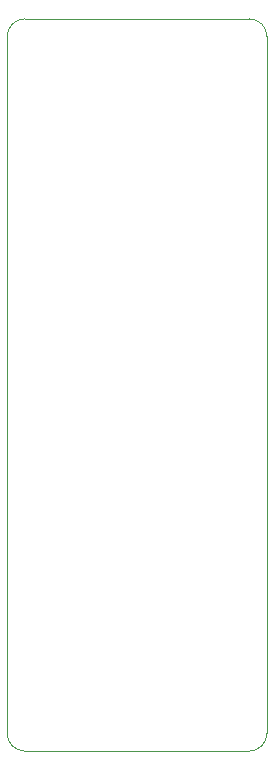
<source format=gm1>
%TF.GenerationSoftware,KiCad,Pcbnew,(6.0.5)*%
%TF.CreationDate,2022-11-21T17:11:25+07:00*%
%TF.ProjectId,Smart_P_ESP_3,536d6172-745f-4505-9f45-53505f332e6b,rev?*%
%TF.SameCoordinates,PX88da2e0PY8b54f20*%
%TF.FileFunction,Profile,NP*%
%FSLAX46Y46*%
G04 Gerber Fmt 4.6, Leading zero omitted, Abs format (unit mm)*
G04 Created by KiCad (PCBNEW (6.0.5)) date 2022-11-21 17:11:25*
%MOMM*%
%LPD*%
G01*
G04 APERTURE LIST*
%TA.AperFunction,Profile*%
%ADD10C,0.100000*%
%TD*%
G04 APERTURE END LIST*
D10*
X0Y1500000D02*
X0Y60500000D01*
X22000000Y60500000D02*
G75*
G03*
X20500000Y62000000I-1500000J0D01*
G01*
X0Y1500000D02*
G75*
G03*
X1500000Y0I1500000J0D01*
G01*
X20500000Y0D02*
X1500000Y0D01*
X1500000Y62000000D02*
X20500000Y62000000D01*
X1500000Y62000000D02*
G75*
G03*
X0Y60500000I0J-1500000D01*
G01*
X22000000Y60500000D02*
X22000000Y1500000D01*
X20500000Y0D02*
G75*
G03*
X22000000Y1500000I0J1500000D01*
G01*
M02*

</source>
